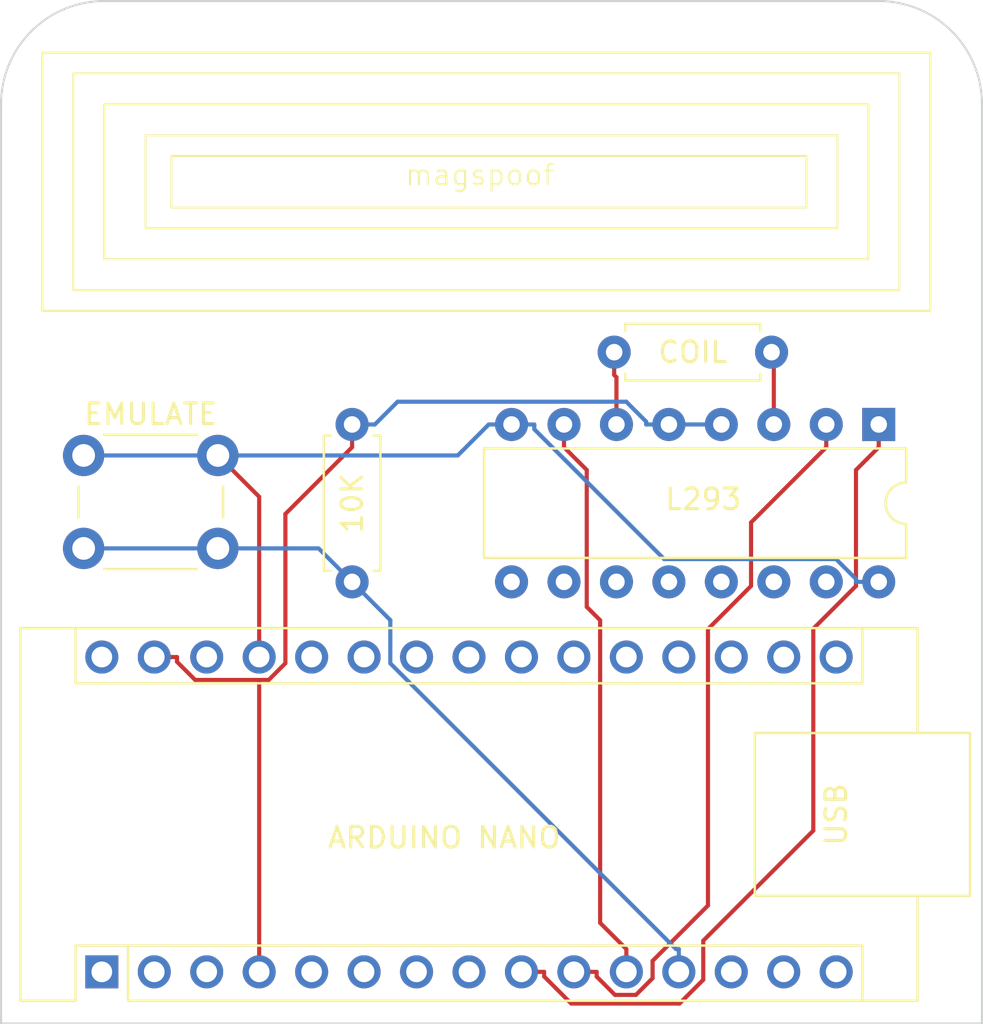
<source format=kicad_pcb>
(kicad_pcb (version 20240108) (generator "pcbnew") (generator_version "8.0")
  (layers (0 "F.Cu" signal) (31 "B.Cu" signal) (34 "B.Paste" user) (35 "F.Paste" user) (36 "B.SilkS" user "B.Silkscreen") (37 "F.SilkS" user "F.Silkscreen") (38 "B.Mask" user) (39 "F.Mask" user) (44 "Edge.Cuts" user))
  (net 0 "")
  (net 5 "GND")
  (net 7 "PIN_BUTTON")
  (net 14 "PIN_ENABLE")
  (net 17 "PIN_A")
  (net 24 "VCC")
  (net 28 "PIN_B")
  (net 33 "COIL_B")
  (net 35 "COIL_A")
  (footprint "Module:Arduino_Nano" (layer "F.Cu") (at 133.38 140.5 90)
    (property "Reference" "ARDUINO NANO" (at 6.5 16.58 180) (layer "F.SilkS"))
    (property "Value" "Arduino_Nano_v3.x")
    (fp_line (start 16.64 -3.94) (end -1.4 -3.94) (stroke (width 0.12)) (layer "F.SilkS"))
    (fp_line (start -1.4 -3.94) (end -1.4 -1.27) (stroke (width 0.12)) (layer "F.SilkS"))
    (fp_line (start 13.97 -1.27) (end 16.64 -1.27) (stroke (width 0.12)) (layer "F.SilkS"))
    (fp_line (start 13.97 -1.27) (end 13.97 36.83) (stroke (width 0.12)) (layer "F.SilkS"))
    (fp_line (start 1.27 -1.27) (end -1.4 -1.27) (stroke (width 0.12)) (layer "F.SilkS"))
    (fp_line (start 1.27 1.27) (end 1.27 -1.27) (stroke (width 0.12)) (layer "F.SilkS"))
    (fp_line (start 1.27 1.27) (end -1.4 1.27) (stroke (width 0.12)) (layer "F.SilkS"))
    (fp_line (start 1.27 1.27) (end 1.27 36.83) (stroke (width 0.12)) (layer "F.SilkS"))
    (fp_line (start -1.4 1.27) (end -1.4 39.5) (stroke (width 0.12)) (layer "F.SilkS"))
    (fp_line (start 11.56 31.62) (end 11.56 42.04) (stroke (width 0.12)) (layer "F.SilkS"))
    (fp_line (start 3.68 31.62) (end 11.56 31.62) (stroke (width 0.12)) (layer "F.SilkS"))
    (fp_line (start 13.97 36.83) (end 16.64 36.83) (stroke (width 0.12)) (layer "F.SilkS"))
    (fp_line (start 1.27 36.83) (end -1.4 36.83) (stroke (width 0.12)) (layer "F.SilkS"))
    (fp_line (start 16.64 39.5) (end 16.64 -3.94) (stroke (width 0.12)) (layer "F.SilkS"))
    (fp_line (start 16.64 39.5) (end 11.56 39.5) (stroke (width 0.12)) (layer "F.SilkS"))
    (fp_line (start -1.4 39.5) (end 3.68 39.5) (stroke (width 0.12)) (layer "F.SilkS"))
    (fp_line (start 11.56 42.04) (end 3.68 42.04) (stroke (width 0.12)) (layer "F.SilkS"))
    (fp_line (start 3.68 42.04) (end 3.68 31.62) (stroke (width 0.12)) (layer "F.SilkS"))
    (fp_text user "USB" (at 7.62 35.56 90) (layer "F.SilkS"))
    (pad "1" thru_hole rect (at 0 0 90) (size 1.6 1.6) (drill 1) (layers "*.Cu" "*.Mask"))
    (pad "2" thru_hole oval (at 0 2.54 90) (size 1.6 1.6) (drill 1) (layers "*.Cu" "*.Mask"))
    (pad "3" thru_hole oval (at 0 5.08 90) (size 1.6 1.6) (drill 1) (layers "*.Cu" "*.Mask"))
    (pad "4" thru_hole oval (at 0 7.62 90) (size 1.6 1.6) (drill 1) (layers "*.Cu" "*.Mask") (net 5 "GND"))
    (pad "5" thru_hole oval (at 0 10.16 90) (size 1.6 1.6) (drill 1) (layers "*.Cu" "*.Mask"))
    (pad "6" thru_hole oval (at 0 12.7 90) (size 1.6 1.6) (drill 1) (layers "*.Cu" "*.Mask"))
    (pad "7" thru_hole oval (at 0 15.24 90) (size 1.6 1.6) (drill 1) (layers "*.Cu" "*.Mask"))
    (pad "8" thru_hole oval (at 0 17.78 90) (size 1.6 1.6) (drill 1) (layers "*.Cu" "*.Mask"))
    (pad "9" thru_hole oval (at 0 20.32 90) (size 1.6 1.6) (drill 1) (layers "*.Cu" "*.Mask") (net 14 "PIN_ENABLE"))
    (pad "10" thru_hole oval (at 0 22.86 90) (size 1.6 1.6) (drill 1) (layers "*.Cu" "*.Mask") (net 17 "PIN_A"))
    (pad "11" thru_hole oval (at 0 25.4 90) (size 1.6 1.6) (drill 1) (layers "*.Cu" "*.Mask") (net 28 "PIN_B"))
    (pad "12" thru_hole oval (at 0 27.94 90) (size 1.6 1.6) (drill 1) (layers "*.Cu" "*.Mask") (net 7 "PIN_BUTTON"))
    (pad "13" thru_hole oval (at 0 30.48 90) (size 1.6 1.6) (drill 1) (layers "*.Cu" "*.Mask"))
    (pad "14" thru_hole oval (at 0 33.02 90) (size 1.6 1.6) (drill 1) (layers "*.Cu" "*.Mask"))
    (pad "15" thru_hole oval (at 0 35.56 90) (size 1.6 1.6) (drill 1) (layers "*.Cu" "*.Mask"))
    (pad "16" thru_hole oval (at 15.24 35.56 90) (size 1.6 1.6) (drill 1) (layers "*.Cu" "*.Mask"))
    (pad "17" thru_hole oval (at 15.24 33.02 90) (size 1.6 1.6) (drill 1) (layers "*.Cu" "*.Mask"))
    (pad "18" thru_hole oval (at 15.24 30.48 90) (size 1.6 1.6) (drill 1) (layers "*.Cu" "*.Mask"))
    (pad "19" thru_hole oval (at 15.24 27.94 90) (size 1.6 1.6) (drill 1) (layers "*.Cu" "*.Mask"))
    (pad "20" thru_hole oval (at 15.24 25.4 90) (size 1.6 1.6) (drill 1) (layers "*.Cu" "*.Mask"))
    (pad "21" thru_hole oval (at 15.24 22.86 90) (size 1.6 1.6) (drill 1) (layers "*.Cu" "*.Mask"))
    (pad "22" thru_hole oval (at 15.24 20.32 90) (size 1.6 1.6) (drill 1) (layers "*.Cu" "*.Mask"))
    (pad "23" thru_hole oval (at 15.24 17.78 90) (size 1.6 1.6) (drill 1) (layers "*.Cu" "*.Mask"))
    (pad "24" thru_hole oval (at 15.24 15.24 90) (size 1.6 1.6) (drill 1) (layers "*.Cu" "*.Mask"))
    (pad "25" thru_hole oval (at 15.24 12.7 90) (size 1.6 1.6) (drill 1) (layers "*.Cu" "*.Mask"))
    (pad "26" thru_hole oval (at 15.24 10.16 90) (size 1.6 1.6) (drill 1) (layers "*.Cu" "*.Mask"))
    (pad "27" thru_hole oval (at 15.24 7.62 90) (size 1.6 1.6) (drill 1) (layers "*.Cu" "*.Mask") (net 24 "VCC"))
    (pad "28" thru_hole oval (at 15.24 5.08 90) (size 1.6 1.6) (drill 1) (layers "*.Cu" "*.Mask"))
    (pad "29" thru_hole oval (at 15.24 2.54 90) (size 1.6 1.6) (drill 1) (layers "*.Cu" "*.Mask") (net 5 "GND"))
    (pad "30" thru_hole oval (at 15.24 0 90) (size 1.6 1.6) (drill 1) (layers "*.Cu" "*.Mask"))
  )
  (footprint "Package_DIP:DIP-16_W7.62mm" (layer "F.Cu") (at 171 114 -90)
    (property "Reference" "L293" (at 3.62 8.5 0) (layer "F.SilkS"))
    (property "Value" "L293D")
    (fp_line (start 1.16 19.11) (end 6.46 19.11) (stroke (width 0.12)) (layer "F.SilkS"))
    (fp_line (start 6.46 19.11) (end 6.46 -1.33) (stroke (width 0.12)) (layer "F.SilkS"))
    (fp_line (start 1.16 -1.33) (end 1.16 19.11) (stroke (width 0.12)) (layer "F.SilkS"))
    (fp_line (start 2.81 -1.33) (end 1.16 -1.33) (stroke (width 0.12)) (layer "F.SilkS"))
    (fp_line (start 6.46 -1.33) (end 4.81 -1.33) (stroke (width 0.12)) (layer "F.SilkS"))
    (fp_arc (start 4.81 -1.33) (mid 3.81 -0.33) (end 2.81 -1.33) (stroke (width 0.12)) (layer "F.SilkS"))
    (pad "1" thru_hole rect (at 0 0 270) (size 1.6 1.6) (drill 0.8) (layers "*.Cu" "*.Mask") (net 14 "PIN_ENABLE"))
    (pad "2" thru_hole oval (at 0 2.54 270) (size 1.6 1.6) (drill 0.8) (layers "*.Cu" "*.Mask") (net 17 "PIN_A"))
    (pad "3" thru_hole oval (at 0 5.08 270) (size 1.6 1.6) (drill 0.8) (layers "*.Cu" "*.Mask") (net 35 "COIL_A"))
    (pad "4" thru_hole oval (at 0 7.62 270) (size 1.6 1.6) (drill 0.8) (layers "*.Cu" "*.Mask") (net 5 "GND"))
    (pad "5" thru_hole oval (at 0 10.16 270) (size 1.6 1.6) (drill 0.8) (layers "*.Cu" "*.Mask") (net 5 "GND"))
    (pad "6" thru_hole oval (at 0 12.7 270) (size 1.6 1.6) (drill 0.8) (layers "*.Cu" "*.Mask") (net 33 "COIL_B"))
    (pad "7" thru_hole oval (at 0 15.24 270) (size 1.6 1.6) (drill 0.8) (layers "*.Cu" "*.Mask") (net 28 "PIN_B"))
    (pad "8" thru_hole oval (at 0 17.78 270) (size 1.6 1.6) (drill 0.8) (layers "*.Cu" "*.Mask") (net 24 "VCC"))
    (pad "9" thru_hole oval (at 7.62 17.78 270) (size 1.6 1.6) (drill 0.8) (layers "*.Cu" "*.Mask"))
    (pad "10" thru_hole oval (at 7.62 15.24 270) (size 1.6 1.6) (drill 0.8) (layers "*.Cu" "*.Mask"))
    (pad "11" thru_hole oval (at 7.62 12.7 270) (size 1.6 1.6) (drill 0.8) (layers "*.Cu" "*.Mask"))
    (pad "12" thru_hole oval (at 7.62 10.16 270) (size 1.6 1.6) (drill 0.8) (layers "*.Cu" "*.Mask"))
    (pad "13" thru_hole oval (at 7.62 7.62 270) (size 1.6 1.6) (drill 0.8) (layers "*.Cu" "*.Mask"))
    (pad "14" thru_hole oval (at 7.62 5.08 270) (size 1.6 1.6) (drill 0.8) (layers "*.Cu" "*.Mask"))
    (pad "15" thru_hole oval (at 7.62 2.54 270) (size 1.6 1.6) (drill 0.8) (layers "*.Cu" "*.Mask"))
    (pad "16" thru_hole oval (at 7.62 0 270) (size 1.6 1.6) (drill 0.8) (layers "*.Cu" "*.Mask") (net 24 "VCC"))
  )
  (footprint "Resistor_THT:R_Axial_DIN0207_L6.3mm_D2.5mm_P7.62mm_Horizontal" (layer "F.Cu") (at 145.5 121.62 90)
    (property "Reference" "10K" (at 3.81 0 90) (layer "F.SilkS"))
    (property "Value" "10K")
    (fp_line (start 7.08 -1.37) (end 7.08 -1.04) (stroke (width 0.12)) (layer "F.SilkS"))
    (fp_line (start 0.54 -1.37) (end 7.08 -1.37) (stroke (width 0.12)) (layer "F.SilkS"))
    (fp_line (start 0.54 -1.04) (end 0.54 -1.37) (stroke (width 0.12)) (layer "F.SilkS"))
    (fp_line (start 0.54 1.04) (end 0.54 1.37) (stroke (width 0.12)) (layer "F.SilkS"))
    (fp_line (start 7.08 1.37) (end 7.08 1.04) (stroke (width 0.12)) (layer "F.SilkS"))
    (fp_line (start 0.54 1.37) (end 7.08 1.37) (stroke (width 0.12)) (layer "F.SilkS"))
    (pad "1" thru_hole circle (at 0 0 90) (size 1.6 1.6) (drill 0.8) (layers "*.Cu" "*.Mask") (net 7 "PIN_BUTTON"))
    (pad "2" thru_hole oval (at 7.62 0 90) (size 1.6 1.6) (drill 0.8) (layers "*.Cu" "*.Mask") (net 5 "GND"))
  )
  (footprint "Resistor_THT:R_Axial_DIN0207_L6.3mm_D2.5mm_P7.62mm_Horizontal" (layer "F.Cu") (at 165.81 110.5 180)
    (property "Reference" "COIL" (at 3.81 0 180) (layer "F.SilkS"))
    (property "Value" "L")
    (fp_line (start 7.08 1.37) (end 7.08 1.04) (stroke (width 0.12)) (layer "F.SilkS"))
    (fp_line (start 7.08 -1.37) (end 7.08 -1.04) (stroke (width 0.12)) (layer "F.SilkS"))
    (fp_line (start 0.54 1.37) (end 7.08 1.37) (stroke (width 0.12)) (layer "F.SilkS"))
    (fp_line (start 0.54 1.04) (end 0.54 1.37) (stroke (width 0.12)) (layer "F.SilkS"))
    (fp_line (start 0.54 -1.04) (end 0.54 -1.37) (stroke (width 0.12)) (layer "F.SilkS"))
    (fp_line (start 0.54 -1.37) (end 7.08 -1.37) (stroke (width 0.12)) (layer "F.SilkS"))
    (pad "1" thru_hole circle (at 0 0 180) (size 1.6 1.6) (drill 0.8) (layers "*.Cu" "*.Mask") (net 35 "COIL_A"))
    (pad "2" thru_hole oval (at 7.62 0 180) (size 1.6 1.6) (drill 0.8) (layers "*.Cu" "*.Mask") (net 33 "COIL_B"))
  )
  (footprint "Button_Switch_THT:SW_PUSH_6mm" (layer "F.Cu") (at 132.5 115.5)
    (property "Reference" "EMULATE" (at 3.25 -2 0) (layer "F.SilkS"))
    (property "Value" "SW_Push")
    (fp_line (start -0.25 1.5) (end -0.25 3) (stroke (width 0.12)) (layer "F.SilkS"))
    (fp_line (start 1 5.5) (end 5.5 5.5) (stroke (width 0.12)) (layer "F.SilkS"))
    (fp_line (start 5.5 -1) (end 1 -1) (stroke (width 0.12)) (layer "F.SilkS"))
    (fp_line (start 6.75 3) (end 6.75 1.5) (stroke (width 0.12)) (layer "F.SilkS"))
    (pad "1" thru_hole circle (at 0 0 90) (size 2 2) (drill 1.1) (layers "*.Cu" "*.Mask") (net 24 "VCC"))
    (pad "1" thru_hole circle (at 6.5 0 90) (size 2 2) (drill 1.1) (layers "*.Cu" "*.Mask") (net 24 "VCC"))
    (pad "2" thru_hole circle (at 0 4.5 90) (size 2 2) (drill 1.1) (layers "*.Cu" "*.Mask") (net 7 "PIN_BUTTON"))
    (pad "2" thru_hole circle (at 6.5 4.5 90) (size 2 2) (drill 1.1) (layers "*.Cu" "*.Mask") (net 7 "PIN_BUTTON"))
  )
  (gr_rect (start 135.5 100) (end 169 104.5) (stroke (width 0.1)) (fill none) (layer "F.SilkS"))
  (gr_rect (start 136.75 101) (end 167.5 103.5) (stroke (width 0.1)) (fill none) (layer "F.SilkS"))
  (gr_rect (start 133.5 98.5) (end 170.5 106) (stroke (width 0.1)) (fill none) (layer "F.SilkS"))
  (gr_rect (start 132 97) (end 172 107.5) (stroke (width 0.1)) (fill none) (layer "F.SilkS"))
  (gr_rect (start 130.5 96) (end 173.5 108.5) (stroke (width 0.1)) (fill none) (layer "F.SilkS"))
  (gr_arc (start 171 93.5) (mid 174.535534 94.964466) (end 176 98.5) (stroke (width 0.1)) (layer "Edge.Cuts"))
  (gr_line (start 176 98.5) (end 176 143) (stroke (width 0.1)) (layer "Edge.Cuts"))
  (gr_arc (start 128.5 98.5) (mid 129.964466 94.964466) (end 133.5 93.5) (stroke (width 0.1)) (layer "Edge.Cuts"))
  (gr_line (start 128.5 143) (end 128.5 98.5) (stroke (width 0.1)) (layer "Edge.Cuts"))
  (gr_line (start 176 143) (end 128.5 143) (stroke (width 0.1)) (layer "Edge.Cuts"))
  (gr_line (start 133.5 93.5) (end 171 93.5) (stroke (width 0.1)) (layer "Edge.Cuts"))
  (gr_text "magspoof" (at 148 102.5 0) (layer "F.SilkS") (effects (font (size 1 1) (thickness 0.1)) (justify left bottom)))
  (segment (start 137.9003 126.3669) (end 137.0217 125.4883) (width 0.2) (layer "F.Cu") (net 5))
  (segment (start 145.5 115.1017) (end 142.27 118.3317) (width 0.2) (layer "F.Cu") (net 5))
  (segment (start 135.92 125.26) (end 137.0217 125.26) (width 0.2) (layer "F.Cu") (net 5))
  (segment (start 145.5 114) (end 145.5 115.1017) (width 0.2) (layer "F.Cu") (net 5))
  (segment (start 141 126.3669) (end 137.9003 126.3669) (width 0.2) (layer "F.Cu") (net 5))
  (segment (start 142.27 125.559) (end 141.4621 126.3669) (width 0.2) (layer "F.Cu") (net 5))
  (segment (start 137.0217 125.4883) (end 137.0217 125.26) (width 0.2) (layer "F.Cu") (net 5))
  (segment (start 142.27 118.3317) (end 142.27 125.559) (width 0.2) (layer "F.Cu") (net 5))
  (segment (start 141 126.3669) (end 141 140.5) (width 0.2) (layer "F.Cu") (net 5))
  (segment (start 141.4621 126.3669) (end 141 126.3669) (width 0.2) (layer "F.Cu") (net 5))
  (segment (start 158.7742 112.8982) (end 147.7035 112.8982) (width 0.2) (layer "B.Cu") (net 5))
  (segment (start 159.7383 113.8623) (end 158.7742 112.8982) (width 0.2) (layer "B.Cu") (net 5))
  (segment (start 147.7035 112.8982) (end 146.6017 114) (width 0.2) (layer "B.Cu") (net 5))
  (segment (start 145.5 114) (end 146.6017 114) (width 0.2) (layer "B.Cu") (net 5))
  (segment (start 163.38 114) (end 160.84 114) (width 0.2) (layer "B.Cu") (net 5))
  (segment (start 159.7383 114) (end 159.7383 113.8623) (width 0.2) (layer "B.Cu") (net 5))
  (segment (start 160.84 114) (end 159.7383 114) (width 0.2) (layer "B.Cu") (net 5))
  (segment (start 139 120) (end 143.88 120) (width 0.2) (layer "B.Cu") (net 7))
  (segment (start 143.88 120) (end 145.5 121.62) (width 0.2) (layer "B.Cu") (net 7))
  (segment (start 147.35 125.566) (end 147.35 123.47) (width 0.2) (layer "B.Cu") (net 7))
  (segment (start 161.1823 139.3983) (end 147.35 125.566) (width 0.2) (layer "B.Cu") (net 7))
  (segment (start 147.35 123.47) (end 145.5 121.62) (width 0.2) (layer "B.Cu") (net 7))
  (segment (start 132.5 120) (end 139 120) (width 0.2) (layer "B.Cu") (net 7))
  (segment (start 161.32 139.3983) (end 161.1823 139.3983) (width 0.2) (layer "B.Cu") (net 7))
  (segment (start 161.32 140.5) (end 161.32 139.3983) (width 0.2) (layer "B.Cu") (net 7))
  (segment (start 162.5039 138.9909) (end 167.8324 133.6624) (width 0.2) (layer "F.Cu") (net 14))
  (segment (start 171 114) (end 171 115.1017) (width 0.2) (layer "F.Cu") (net 14))
  (segment (start 167.8324 133.6624) (end 167.8324 123.8875) (width 0.2) (layer "F.Cu") (net 14))
  (segment (start 156.1082 142.0348) (end 161.3544 142.0348) (width 0.2) (layer "F.Cu") (net 14))
  (segment (start 154.8017 140.5) (end 154.8017 140.7283) (width 0.2) (layer "F.Cu") (net 14))
  (segment (start 169.8983 121.8216) (end 169.8983 116.2034) (width 0.2) (layer "F.Cu") (net 14))
  (segment (start 167.8324 123.8875) (end 169.8983 121.8216) (width 0.2) (layer "F.Cu") (net 14))
  (segment (start 169.8983 116.2034) (end 171 115.1017) (width 0.2) (layer "F.Cu") (net 14))
  (segment (start 154.8017 140.7283) (end 156.1082 142.0348) (width 0.2) (layer "F.Cu") (net 14))
  (segment (start 153.7 140.5) (end 154.8017 140.5) (width 0.2) (layer "F.Cu") (net 14))
  (segment (start 161.3544 142.0348) (end 162.5039 140.8853) (width 0.2) (layer "F.Cu") (net 14))
  (segment (start 162.5039 140.8853) (end 162.5039 138.9909) (width 0.2) (layer "F.Cu") (net 14))
  (segment (start 162.7316 137.2884) (end 160.05 139.97) (width 0.2) (layer "F.Cu") (net 17))
  (segment (start 164.8183 121.8216) (end 162.7316 123.9083) (width 0.2) (layer "F.Cu") (net 17))
  (segment (start 159.2406 141.6166) (end 158.23 141.6166) (width 0.2) (layer "F.Cu") (net 17))
  (segment (start 156.24 140.5) (end 157.3417 140.5) (width 0.2) (layer "F.Cu") (net 17))
  (segment (start 157.3417 140.7283) (end 157.3417 140.5) (width 0.2) (layer "F.Cu") (net 17))
  (segment (start 158.23 141.6166) (end 157.3417 140.7283) (width 0.2) (layer "F.Cu") (net 17))
  (segment (start 164.8183 118.7434) (end 164.8183 121.8216) (width 0.2) (layer "F.Cu") (net 17))
  (segment (start 160.05 139.97) (end 160.05 140.8072) (width 0.2) (layer "F.Cu") (net 17))
  (segment (start 168.46 115.1017) (end 164.8183 118.7434) (width 0.2) (layer "F.Cu") (net 17))
  (segment (start 168.46 114) (end 168.46 115.1017) (width 0.2) (layer "F.Cu") (net 17))
  (segment (start 160.05 140.8072) (end 159.2406 141.6166) (width 0.2) (layer "F.Cu") (net 17))
  (segment (start 162.7316 123.9083) (end 162.7316 137.2884) (width 0.2) (layer "F.Cu") (net 17))
  (segment (start 141 125.26) (end 141 117.5) (width 0.2) (layer "F.Cu") (net 24))
  (segment (start 141 117.5) (end 139 115.5) (width 0.2) (layer "F.Cu") (net 24))
  (segment (start 153.22 114) (end 152.1183 114) (width 0.2) (layer "B.Cu") (net 24))
  (segment (start 154.3217 114.2283) (end 154.3217 114) (width 0.2) (layer "B.Cu") (net 24))
  (segment (start 150.6183 115.5) (end 139 115.5) (width 0.2) (layer "B.Cu") (net 24))
  (segment (start 152.1183 114) (end 150.6183 115.5) (width 0.2) (layer "B.Cu") (net 24))
  (segment (start 171 121.62) (end 169.8983 121.62) (width 0.2) (layer "B.Cu") (net 24))
  (segment (start 160.6117 120.5183) (end 154.3217 114.2283) (width 0.2) (layer "B.Cu") (net 24))
  (segment (start 169.8983 121.62) (end 169.8983 121.4822) (width 0.2) (layer "B.Cu") (net 24))
  (segment (start 139 115.5) (end 132.5 115.5) (width 0.2) (layer "B.Cu") (net 24))
  (segment (start 168.9344 120.5183) (end 160.6117 120.5183) (width 0.2) (layer "B.Cu") (net 24))
  (segment (start 169.8983 121.4822) (end 168.9344 120.5183) (width 0.2) (layer "B.Cu") (net 24))
  (segment (start 153.22 114) (end 154.3217 114) (width 0.2) (layer "B.Cu") (net 24))
  (segment (start 156.8617 116.2034) (end 156.8617 122.8315) (width 0.2) (layer "F.Cu") (net 28))
  (segment (start 158.78 140.5) (end 158.78 139.3983) (width 0.2) (layer "F.Cu") (net 28))
  (segment (start 155.76 114) (end 155.76 115.1017) (width 0.2) (layer "F.Cu") (net 28))
  (segment (start 157.51 138.1283) (end 158.78 139.3983) (width 0.2) (layer "F.Cu") (net 28))
  (segment (start 156.8617 122.8315) (end 157.51 123.4798) (width 0.2) (layer "F.Cu") (net 28))
  (segment (start 155.76 115.1017) (end 156.8617 116.2034) (width 0.2) (layer "F.Cu") (net 28))
  (segment (start 157.51 123.4798) (end 157.51 138.1283) (width 0.2) (layer "F.Cu") (net 28))
  (segment (start 158.3 111.7117) (end 158.19 111.6017) (width 0.2) (layer "F.Cu") (net 33))
  (segment (start 158.3 114) (end 158.3 111.7117) (width 0.2) (layer "F.Cu") (net 33))
  (segment (start 158.19 110.5) (end 158.19 111.6017) (width 0.2) (layer "F.Cu") (net 33))
  (segment (start 165.92 110.61) (end 165.81 110.5) (width 0.2) (layer "F.Cu") (net 35))
  (segment (start 165.92 114) (end 165.92 110.61) (width 0.2) (layer "F.Cu") (net 35))
)
</source>
